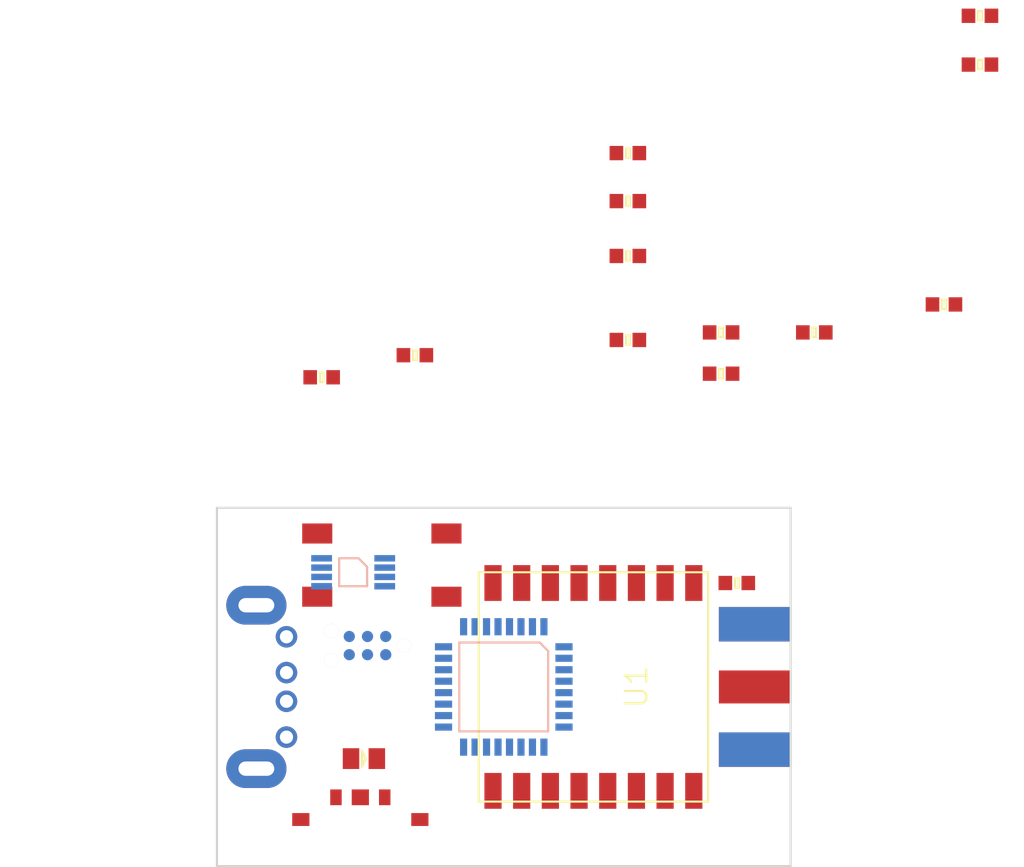
<source format=kicad_pcb>
(kicad_pcb (version 4) (host pcbnew 4.0.4-stable)

  (general
    (links 57)
    (no_connects 57)
    (area 99.924999 99.924999 140.075001 125.075001)
    (thickness 1.6)
    (drawings 4)
    (tracks 0)
    (zones 0)
    (modules 22)
    (nets 49)
  )

  (page A4)
  (layers
    (0 F.Cu signal)
    (31 B.Cu signal)
    (32 B.Adhes user)
    (33 F.Adhes user)
    (34 B.Paste user)
    (35 F.Paste user)
    (36 B.SilkS user)
    (37 F.SilkS user)
    (38 B.Mask user)
    (39 F.Mask user)
    (40 Dwgs.User user)
    (41 Cmts.User user)
    (42 Eco1.User user)
    (43 Eco2.User user)
    (44 Edge.Cuts user)
    (45 Margin user)
    (46 B.CrtYd user)
    (47 F.CrtYd user)
    (48 B.Fab user)
    (49 F.Fab user)
  )

  (setup
    (last_trace_width 0.25)
    (trace_clearance 0.2)
    (zone_clearance 0.508)
    (zone_45_only no)
    (trace_min 0.2)
    (segment_width 0.2)
    (edge_width 0.15)
    (via_size 0.8)
    (via_drill 0.4)
    (via_min_size 0.4)
    (via_min_drill 0.3)
    (uvia_size 0.3)
    (uvia_drill 0.1)
    (uvias_allowed no)
    (uvia_min_size 0.2)
    (uvia_min_drill 0.1)
    (pcb_text_width 0.3)
    (pcb_text_size 1.5 1.5)
    (mod_edge_width 0.15)
    (mod_text_size 1 1)
    (mod_text_width 0.15)
    (pad_size 1.524 1.524)
    (pad_drill 0.762)
    (pad_to_mask_clearance 0.2)
    (aux_axis_origin 0 0)
    (visible_elements FFFFFF7F)
    (pcbplotparams
      (layerselection 0x00030_ffffffff)
      (usegerberextensions false)
      (excludeedgelayer true)
      (linewidth 0.100000)
      (plotframeref false)
      (viasonmask false)
      (mode 1)
      (useauxorigin false)
      (hpglpennumber 1)
      (hpglpenspeed 20)
      (hpglpendiameter 15)
      (hpglpenoverlay 2)
      (psnegative false)
      (psa4output false)
      (plotreference true)
      (plotvalue true)
      (plotinvisibletext false)
      (padsonsilk false)
      (subtractmaskfromsilk false)
      (outputformat 1)
      (mirror false)
      (drillshape 1)
      (scaleselection 1)
      (outputdirectory ""))
  )

  (net 0 "")
  (net 1 "Net-(C5-Pad1)")
  (net 2 /USB_D-)
  (net 3 /USB_D+)
  (net 4 GND)
  (net 5 "Net-(P1-PadS)")
  (net 6 /RFM_MISO)
  (net 7 /RFM_MOSI)
  (net 8 /RFM_SCK)
  (net 9 /RFM_NSS)
  (net 10 /RFM_RESET)
  (net 11 "Net-(U1-Pad7)")
  (net 12 "Net-(D2-Pad1)")
  (net 13 "Net-(U1-Pad11)")
  (net 14 "Net-(U1-Pad12)")
  (net 15 +3V3)
  (net 16 "Net-(U1-Pad14)")
  (net 17 "Net-(U1-Pad15)")
  (net 18 "Net-(U1-Pad16)")
  (net 19 /SW_ARM)
  (net 20 /BOOT)
  (net 21 /SWDIO)
  (net 22 /nRST)
  (net 23 /SWDCLK)
  (net 24 "Net-(P2-Pad6)")
  (net 25 "Net-(IC1-Pad5)")
  (net 26 "Net-(IC2-Pad2)")
  (net 27 "Net-(IC2-Pad3)")
  (net 28 "Net-(IC2-Pad6)")
  (net 29 "Net-(IC2-Pad7)")
  (net 30 "Net-(IC2-Pad8)")
  (net 31 "Net-(IC2-Pad9)")
  (net 32 "Net-(IC2-Pad10)")
  (net 33 "Net-(IC2-Pad11)")
  (net 34 "Net-(IC2-Pad12)")
  (net 35 "Net-(IC2-Pad13)")
  (net 36 "Net-(IC2-Pad14)")
  (net 37 "Net-(IC2-Pad15)")
  (net 38 "Net-(IC2-Pad18)")
  (net 39 "Net-(IC2-Pad19)")
  (net 40 "Net-(IC2-Pad20)")
  (net 41 "Net-(IC2-Pad25)")
  (net 42 "Net-(IC2-Pad26)")
  (net 43 "Net-(IC2-Pad27)")
  (net 44 "Net-(IC2-Pad28)")
  (net 45 "Net-(IC2-Pad29)")
  (net 46 /LED_ARM)
  (net 47 "Net-(D1-Pad2)")
  (net 48 /LED_DISARM)

  (net_class Default "This is the default net class."
    (clearance 0.2)
    (trace_width 0.25)
    (via_dia 0.8)
    (via_drill 0.4)
    (uvia_dia 0.3)
    (uvia_drill 0.1)
    (add_net +3V3)
    (add_net /BOOT)
    (add_net /LED_ARM)
    (add_net /LED_DISARM)
    (add_net /RFM_MISO)
    (add_net /RFM_MOSI)
    (add_net /RFM_NSS)
    (add_net /RFM_RESET)
    (add_net /RFM_SCK)
    (add_net /SWDCLK)
    (add_net /SWDIO)
    (add_net /SW_ARM)
    (add_net /USB_D+)
    (add_net /USB_D-)
    (add_net /nRST)
    (add_net GND)
    (add_net "Net-(C5-Pad1)")
    (add_net "Net-(D1-Pad2)")
    (add_net "Net-(D2-Pad1)")
    (add_net "Net-(IC1-Pad5)")
    (add_net "Net-(IC2-Pad10)")
    (add_net "Net-(IC2-Pad11)")
    (add_net "Net-(IC2-Pad12)")
    (add_net "Net-(IC2-Pad13)")
    (add_net "Net-(IC2-Pad14)")
    (add_net "Net-(IC2-Pad15)")
    (add_net "Net-(IC2-Pad18)")
    (add_net "Net-(IC2-Pad19)")
    (add_net "Net-(IC2-Pad2)")
    (add_net "Net-(IC2-Pad20)")
    (add_net "Net-(IC2-Pad25)")
    (add_net "Net-(IC2-Pad26)")
    (add_net "Net-(IC2-Pad27)")
    (add_net "Net-(IC2-Pad28)")
    (add_net "Net-(IC2-Pad29)")
    (add_net "Net-(IC2-Pad3)")
    (add_net "Net-(IC2-Pad6)")
    (add_net "Net-(IC2-Pad7)")
    (add_net "Net-(IC2-Pad8)")
    (add_net "Net-(IC2-Pad9)")
    (add_net "Net-(P1-PadS)")
    (add_net "Net-(P2-Pad6)")
    (add_net "Net-(U1-Pad11)")
    (add_net "Net-(U1-Pad12)")
    (add_net "Net-(U1-Pad14)")
    (add_net "Net-(U1-Pad15)")
    (add_net "Net-(U1-Pad16)")
    (add_net "Net-(U1-Pad7)")
  )

  (module agg:0603 (layer F.Cu) (tedit 57654490) (tstamp 5998FB44)
    (at 135.153848 90.646081)
    (path /599772FC)
    (fp_text reference R3 (at -2.225 0 90) (layer F.Fab)
      (effects (font (size 1 1) (thickness 0.15)))
    )
    (fp_text value R (at 2.225 0 90) (layer F.Fab)
      (effects (font (size 1 1) (thickness 0.15)))
    )
    (fp_line (start -0.8 -0.4) (end 0.8 -0.4) (layer F.Fab) (width 0.01))
    (fp_line (start 0.8 -0.4) (end 0.8 0.4) (layer F.Fab) (width 0.01))
    (fp_line (start 0.8 0.4) (end -0.8 0.4) (layer F.Fab) (width 0.01))
    (fp_line (start -0.8 0.4) (end -0.8 -0.4) (layer F.Fab) (width 0.01))
    (fp_line (start -0.45 -0.4) (end -0.45 0.4) (layer F.Fab) (width 0.01))
    (fp_line (start 0.45 -0.4) (end 0.45 0.4) (layer F.Fab) (width 0.01))
    (fp_line (start -0.125 -0.325) (end 0.125 -0.325) (layer F.SilkS) (width 0.15))
    (fp_line (start 0.125 -0.325) (end 0.125 0.325) (layer F.SilkS) (width 0.15))
    (fp_line (start 0.125 0.325) (end -0.125 0.325) (layer F.SilkS) (width 0.15))
    (fp_line (start -0.125 0.325) (end -0.125 -0.325) (layer F.SilkS) (width 0.15))
    (fp_line (start -1.55 -0.75) (end 1.55 -0.75) (layer F.CrtYd) (width 0.01))
    (fp_line (start 1.55 -0.75) (end 1.55 0.75) (layer F.CrtYd) (width 0.01))
    (fp_line (start 1.55 0.75) (end -1.55 0.75) (layer F.CrtYd) (width 0.01))
    (fp_line (start -1.55 0.75) (end -1.55 -0.75) (layer F.CrtYd) (width 0.01))
    (pad 1 smd rect (at -0.8 0) (size 0.95 1) (layers F.Cu F.Paste F.Mask)
      (net 48 /LED_DISARM))
    (pad 2 smd rect (at 0.8 0) (size 0.95 1) (layers F.Cu F.Paste F.Mask)
      (net 47 "Net-(D1-Pad2)"))
    (model ${KISYS3DMOD}/Resistors_SMD.3dshapes/R_0603.wrl
      (at (xyz 0 0 0))
      (scale (xyz 1 1 1))
      (rotate (xyz 0 0 0))
    )
  )

  (module agg:0603 (layer F.Cu) (tedit 57654490) (tstamp 5998FB0A)
    (at 141.653848 87.767033)
    (path /5997671C)
    (fp_text reference R2 (at -2.225 0 90) (layer F.Fab)
      (effects (font (size 1 1) (thickness 0.15)))
    )
    (fp_text value 10k (at 2.225 0 90) (layer F.Fab)
      (effects (font (size 1 1) (thickness 0.15)))
    )
    (fp_line (start -1.55 0.75) (end -1.55 -0.75) (layer F.CrtYd) (width 0.01))
    (fp_line (start 1.55 0.75) (end -1.55 0.75) (layer F.CrtYd) (width 0.01))
    (fp_line (start 1.55 -0.75) (end 1.55 0.75) (layer F.CrtYd) (width 0.01))
    (fp_line (start -1.55 -0.75) (end 1.55 -0.75) (layer F.CrtYd) (width 0.01))
    (fp_line (start -0.125 0.325) (end -0.125 -0.325) (layer F.SilkS) (width 0.15))
    (fp_line (start 0.125 0.325) (end -0.125 0.325) (layer F.SilkS) (width 0.15))
    (fp_line (start 0.125 -0.325) (end 0.125 0.325) (layer F.SilkS) (width 0.15))
    (fp_line (start -0.125 -0.325) (end 0.125 -0.325) (layer F.SilkS) (width 0.15))
    (fp_line (start 0.45 -0.4) (end 0.45 0.4) (layer F.Fab) (width 0.01))
    (fp_line (start -0.45 -0.4) (end -0.45 0.4) (layer F.Fab) (width 0.01))
    (fp_line (start -0.8 0.4) (end -0.8 -0.4) (layer F.Fab) (width 0.01))
    (fp_line (start 0.8 0.4) (end -0.8 0.4) (layer F.Fab) (width 0.01))
    (fp_line (start 0.8 -0.4) (end 0.8 0.4) (layer F.Fab) (width 0.01))
    (fp_line (start -0.8 -0.4) (end 0.8 -0.4) (layer F.Fab) (width 0.01))
    (pad 2 smd rect (at 0.8 0) (size 0.95 1) (layers F.Cu F.Paste F.Mask)
      (net 19 /SW_ARM))
    (pad 1 smd rect (at -0.8 0) (size 0.95 1) (layers F.Cu F.Paste F.Mask)
      (net 15 +3V3))
    (model ${KISYS3DMOD}/Resistors_SMD.3dshapes/R_0603.wrl
      (at (xyz 0 0 0))
      (scale (xyz 1 1 1))
      (rotate (xyz 0 0 0))
    )
  )

  (module agg:0603 (layer F.Cu) (tedit 57654490) (tstamp 5998FAD0)
    (at 135.153848 87.767033)
    (path /59971E13)
    (fp_text reference R1 (at -2.225 0 90) (layer F.Fab)
      (effects (font (size 1 1) (thickness 0.15)))
    )
    (fp_text value 10k (at 2.225 0 90) (layer F.Fab)
      (effects (font (size 1 1) (thickness 0.15)))
    )
    (fp_line (start -0.8 -0.4) (end 0.8 -0.4) (layer F.Fab) (width 0.01))
    (fp_line (start 0.8 -0.4) (end 0.8 0.4) (layer F.Fab) (width 0.01))
    (fp_line (start 0.8 0.4) (end -0.8 0.4) (layer F.Fab) (width 0.01))
    (fp_line (start -0.8 0.4) (end -0.8 -0.4) (layer F.Fab) (width 0.01))
    (fp_line (start -0.45 -0.4) (end -0.45 0.4) (layer F.Fab) (width 0.01))
    (fp_line (start 0.45 -0.4) (end 0.45 0.4) (layer F.Fab) (width 0.01))
    (fp_line (start -0.125 -0.325) (end 0.125 -0.325) (layer F.SilkS) (width 0.15))
    (fp_line (start 0.125 -0.325) (end 0.125 0.325) (layer F.SilkS) (width 0.15))
    (fp_line (start 0.125 0.325) (end -0.125 0.325) (layer F.SilkS) (width 0.15))
    (fp_line (start -0.125 0.325) (end -0.125 -0.325) (layer F.SilkS) (width 0.15))
    (fp_line (start -1.55 -0.75) (end 1.55 -0.75) (layer F.CrtYd) (width 0.01))
    (fp_line (start 1.55 -0.75) (end 1.55 0.75) (layer F.CrtYd) (width 0.01))
    (fp_line (start 1.55 0.75) (end -1.55 0.75) (layer F.CrtYd) (width 0.01))
    (fp_line (start -1.55 0.75) (end -1.55 -0.75) (layer F.CrtYd) (width 0.01))
    (pad 1 smd rect (at -0.8 0) (size 0.95 1) (layers F.Cu F.Paste F.Mask)
      (net 20 /BOOT))
    (pad 2 smd rect (at 0.8 0) (size 0.95 1) (layers F.Cu F.Paste F.Mask)
      (net 4 GND))
    (model ${KISYS3DMOD}/Resistors_SMD.3dshapes/R_0603.wrl
      (at (xyz 0 0 0))
      (scale (xyz 1 1 1))
      (rotate (xyz 0 0 0))
    )
  )

  (module agg:0603 (layer F.Cu) (tedit 57654490) (tstamp 5998FA96)
    (at 136.25 105.25)
    (path /5997044A)
    (fp_text reference D2 (at -2.225 0 90) (layer F.Fab)
      (effects (font (size 1 1) (thickness 0.15)))
    )
    (fp_text value ESD_DIODE (at 2.225 0 90) (layer F.Fab)
      (effects (font (size 1 1) (thickness 0.15)))
    )
    (fp_line (start -1.55 0.75) (end -1.55 -0.75) (layer F.CrtYd) (width 0.01))
    (fp_line (start 1.55 0.75) (end -1.55 0.75) (layer F.CrtYd) (width 0.01))
    (fp_line (start 1.55 -0.75) (end 1.55 0.75) (layer F.CrtYd) (width 0.01))
    (fp_line (start -1.55 -0.75) (end 1.55 -0.75) (layer F.CrtYd) (width 0.01))
    (fp_line (start -0.125 0.325) (end -0.125 -0.325) (layer F.SilkS) (width 0.15))
    (fp_line (start 0.125 0.325) (end -0.125 0.325) (layer F.SilkS) (width 0.15))
    (fp_line (start 0.125 -0.325) (end 0.125 0.325) (layer F.SilkS) (width 0.15))
    (fp_line (start -0.125 -0.325) (end 0.125 -0.325) (layer F.SilkS) (width 0.15))
    (fp_line (start 0.45 -0.4) (end 0.45 0.4) (layer F.Fab) (width 0.01))
    (fp_line (start -0.45 -0.4) (end -0.45 0.4) (layer F.Fab) (width 0.01))
    (fp_line (start -0.8 0.4) (end -0.8 -0.4) (layer F.Fab) (width 0.01))
    (fp_line (start 0.8 0.4) (end -0.8 0.4) (layer F.Fab) (width 0.01))
    (fp_line (start 0.8 -0.4) (end 0.8 0.4) (layer F.Fab) (width 0.01))
    (fp_line (start -0.8 -0.4) (end 0.8 -0.4) (layer F.Fab) (width 0.01))
    (pad 2 smd rect (at 0.8 0) (size 0.95 1) (layers F.Cu F.Paste F.Mask)
      (net 4 GND))
    (pad 1 smd rect (at -0.8 0) (size 0.95 1) (layers F.Cu F.Paste F.Mask)
      (net 12 "Net-(D2-Pad1)"))
    (model ${KISYS3DMOD}/Resistors_SMD.3dshapes/R_0603.wrl
      (at (xyz 0 0 0))
      (scale (xyz 1 1 1))
      (rotate (xyz 0 0 0))
    )
  )

  (module agg:0603 (layer F.Cu) (tedit 57654490) (tstamp 5998FA5C)
    (at 153.203848 69.080843)
    (path /59975B52)
    (fp_text reference C9 (at -2.225 0 90) (layer F.Fab)
      (effects (font (size 1 1) (thickness 0.15)))
    )
    (fp_text value 100n (at 2.225 0 90) (layer F.Fab)
      (effects (font (size 1 1) (thickness 0.15)))
    )
    (fp_line (start -0.8 -0.4) (end 0.8 -0.4) (layer F.Fab) (width 0.01))
    (fp_line (start 0.8 -0.4) (end 0.8 0.4) (layer F.Fab) (width 0.01))
    (fp_line (start 0.8 0.4) (end -0.8 0.4) (layer F.Fab) (width 0.01))
    (fp_line (start -0.8 0.4) (end -0.8 -0.4) (layer F.Fab) (width 0.01))
    (fp_line (start -0.45 -0.4) (end -0.45 0.4) (layer F.Fab) (width 0.01))
    (fp_line (start 0.45 -0.4) (end 0.45 0.4) (layer F.Fab) (width 0.01))
    (fp_line (start -0.125 -0.325) (end 0.125 -0.325) (layer F.SilkS) (width 0.15))
    (fp_line (start 0.125 -0.325) (end 0.125 0.325) (layer F.SilkS) (width 0.15))
    (fp_line (start 0.125 0.325) (end -0.125 0.325) (layer F.SilkS) (width 0.15))
    (fp_line (start -0.125 0.325) (end -0.125 -0.325) (layer F.SilkS) (width 0.15))
    (fp_line (start -1.55 -0.75) (end 1.55 -0.75) (layer F.CrtYd) (width 0.01))
    (fp_line (start 1.55 -0.75) (end 1.55 0.75) (layer F.CrtYd) (width 0.01))
    (fp_line (start 1.55 0.75) (end -1.55 0.75) (layer F.CrtYd) (width 0.01))
    (fp_line (start -1.55 0.75) (end -1.55 -0.75) (layer F.CrtYd) (width 0.01))
    (pad 1 smd rect (at -0.8 0) (size 0.95 1) (layers F.Cu F.Paste F.Mask)
      (net 15 +3V3))
    (pad 2 smd rect (at 0.8 0) (size 0.95 1) (layers F.Cu F.Paste F.Mask)
      (net 4 GND))
    (model ${KISYS3DMOD}/Resistors_SMD.3dshapes/R_0603.wrl
      (at (xyz 0 0 0))
      (scale (xyz 1 1 1))
      (rotate (xyz 0 0 0))
    )
  )

  (module agg:0603 (layer F.Cu) (tedit 57654490) (tstamp 5998FA22)
    (at 150.693848 85.814652)
    (path /59975CD6)
    (fp_text reference C8 (at -2.225 0 90) (layer F.Fab)
      (effects (font (size 1 1) (thickness 0.15)))
    )
    (fp_text value 10u (at 2.225 0 90) (layer F.Fab)
      (effects (font (size 1 1) (thickness 0.15)))
    )
    (fp_line (start -1.55 0.75) (end -1.55 -0.75) (layer F.CrtYd) (width 0.01))
    (fp_line (start 1.55 0.75) (end -1.55 0.75) (layer F.CrtYd) (width 0.01))
    (fp_line (start 1.55 -0.75) (end 1.55 0.75) (layer F.CrtYd) (width 0.01))
    (fp_line (start -1.55 -0.75) (end 1.55 -0.75) (layer F.CrtYd) (width 0.01))
    (fp_line (start -0.125 0.325) (end -0.125 -0.325) (layer F.SilkS) (width 0.15))
    (fp_line (start 0.125 0.325) (end -0.125 0.325) (layer F.SilkS) (width 0.15))
    (fp_line (start 0.125 -0.325) (end 0.125 0.325) (layer F.SilkS) (width 0.15))
    (fp_line (start -0.125 -0.325) (end 0.125 -0.325) (layer F.SilkS) (width 0.15))
    (fp_line (start 0.45 -0.4) (end 0.45 0.4) (layer F.Fab) (width 0.01))
    (fp_line (start -0.45 -0.4) (end -0.45 0.4) (layer F.Fab) (width 0.01))
    (fp_line (start -0.8 0.4) (end -0.8 -0.4) (layer F.Fab) (width 0.01))
    (fp_line (start 0.8 0.4) (end -0.8 0.4) (layer F.Fab) (width 0.01))
    (fp_line (start 0.8 -0.4) (end 0.8 0.4) (layer F.Fab) (width 0.01))
    (fp_line (start -0.8 -0.4) (end 0.8 -0.4) (layer F.Fab) (width 0.01))
    (pad 2 smd rect (at 0.8 0) (size 0.95 1) (layers F.Cu F.Paste F.Mask)
      (net 4 GND))
    (pad 1 smd rect (at -0.8 0) (size 0.95 1) (layers F.Cu F.Paste F.Mask)
      (net 15 +3V3))
    (model ${KISYS3DMOD}/Resistors_SMD.3dshapes/R_0603.wrl
      (at (xyz 0 0 0))
      (scale (xyz 1 1 1))
      (rotate (xyz 0 0 0))
    )
  )

  (module agg:0603 (layer F.Cu) (tedit 57654490) (tstamp 5998F9E8)
    (at 153.203848 65.676081)
    (path /59973016)
    (fp_text reference C7 (at -2.225 0 90) (layer F.Fab)
      (effects (font (size 1 1) (thickness 0.15)))
    )
    (fp_text value 1u (at 2.225 0 90) (layer F.Fab)
      (effects (font (size 1 1) (thickness 0.15)))
    )
    (fp_line (start -0.8 -0.4) (end 0.8 -0.4) (layer F.Fab) (width 0.01))
    (fp_line (start 0.8 -0.4) (end 0.8 0.4) (layer F.Fab) (width 0.01))
    (fp_line (start 0.8 0.4) (end -0.8 0.4) (layer F.Fab) (width 0.01))
    (fp_line (start -0.8 0.4) (end -0.8 -0.4) (layer F.Fab) (width 0.01))
    (fp_line (start -0.45 -0.4) (end -0.45 0.4) (layer F.Fab) (width 0.01))
    (fp_line (start 0.45 -0.4) (end 0.45 0.4) (layer F.Fab) (width 0.01))
    (fp_line (start -0.125 -0.325) (end 0.125 -0.325) (layer F.SilkS) (width 0.15))
    (fp_line (start 0.125 -0.325) (end 0.125 0.325) (layer F.SilkS) (width 0.15))
    (fp_line (start 0.125 0.325) (end -0.125 0.325) (layer F.SilkS) (width 0.15))
    (fp_line (start -0.125 0.325) (end -0.125 -0.325) (layer F.SilkS) (width 0.15))
    (fp_line (start -1.55 -0.75) (end 1.55 -0.75) (layer F.CrtYd) (width 0.01))
    (fp_line (start 1.55 -0.75) (end 1.55 0.75) (layer F.CrtYd) (width 0.01))
    (fp_line (start 1.55 0.75) (end -1.55 0.75) (layer F.CrtYd) (width 0.01))
    (fp_line (start -1.55 0.75) (end -1.55 -0.75) (layer F.CrtYd) (width 0.01))
    (pad 1 smd rect (at -0.8 0) (size 0.95 1) (layers F.Cu F.Paste F.Mask)
      (net 15 +3V3))
    (pad 2 smd rect (at 0.8 0) (size 0.95 1) (layers F.Cu F.Paste F.Mask)
      (net 4 GND))
    (model ${KISYS3DMOD}/Resistors_SMD.3dshapes/R_0603.wrl
      (at (xyz 0 0 0))
      (scale (xyz 1 1 1))
      (rotate (xyz 0 0 0))
    )
  )

  (module agg:0603 (layer F.Cu) (tedit 57654490) (tstamp 5998F9AE)
    (at 128.653848 88.290843)
    (path /59978EFF)
    (fp_text reference C6 (at -2.225 0 90) (layer F.Fab)
      (effects (font (size 1 1) (thickness 0.15)))
    )
    (fp_text value 100n (at 2.225 0 90) (layer F.Fab)
      (effects (font (size 1 1) (thickness 0.15)))
    )
    (fp_line (start -1.55 0.75) (end -1.55 -0.75) (layer F.CrtYd) (width 0.01))
    (fp_line (start 1.55 0.75) (end -1.55 0.75) (layer F.CrtYd) (width 0.01))
    (fp_line (start 1.55 -0.75) (end 1.55 0.75) (layer F.CrtYd) (width 0.01))
    (fp_line (start -1.55 -0.75) (end 1.55 -0.75) (layer F.CrtYd) (width 0.01))
    (fp_line (start -0.125 0.325) (end -0.125 -0.325) (layer F.SilkS) (width 0.15))
    (fp_line (start 0.125 0.325) (end -0.125 0.325) (layer F.SilkS) (width 0.15))
    (fp_line (start 0.125 -0.325) (end 0.125 0.325) (layer F.SilkS) (width 0.15))
    (fp_line (start -0.125 -0.325) (end 0.125 -0.325) (layer F.SilkS) (width 0.15))
    (fp_line (start 0.45 -0.4) (end 0.45 0.4) (layer F.Fab) (width 0.01))
    (fp_line (start -0.45 -0.4) (end -0.45 0.4) (layer F.Fab) (width 0.01))
    (fp_line (start -0.8 0.4) (end -0.8 -0.4) (layer F.Fab) (width 0.01))
    (fp_line (start 0.8 0.4) (end -0.8 0.4) (layer F.Fab) (width 0.01))
    (fp_line (start 0.8 -0.4) (end 0.8 0.4) (layer F.Fab) (width 0.01))
    (fp_line (start -0.8 -0.4) (end 0.8 -0.4) (layer F.Fab) (width 0.01))
    (pad 2 smd rect (at 0.8 0) (size 0.95 1) (layers F.Cu F.Paste F.Mask)
      (net 4 GND))
    (pad 1 smd rect (at -0.8 0) (size 0.95 1) (layers F.Cu F.Paste F.Mask)
      (net 15 +3V3))
    (model ${KISYS3DMOD}/Resistors_SMD.3dshapes/R_0603.wrl
      (at (xyz 0 0 0))
      (scale (xyz 1 1 1))
      (rotate (xyz 0 0 0))
    )
  )

  (module agg:0603 (layer F.Cu) (tedit 57654490) (tstamp 5998F974)
    (at 107.303848 90.896081)
    (path /59972E71)
    (fp_text reference C5 (at -2.225 0 90) (layer F.Fab)
      (effects (font (size 1 1) (thickness 0.15)))
    )
    (fp_text value 1u (at 2.225 0 90) (layer F.Fab)
      (effects (font (size 1 1) (thickness 0.15)))
    )
    (fp_line (start -0.8 -0.4) (end 0.8 -0.4) (layer F.Fab) (width 0.01))
    (fp_line (start 0.8 -0.4) (end 0.8 0.4) (layer F.Fab) (width 0.01))
    (fp_line (start 0.8 0.4) (end -0.8 0.4) (layer F.Fab) (width 0.01))
    (fp_line (start -0.8 0.4) (end -0.8 -0.4) (layer F.Fab) (width 0.01))
    (fp_line (start -0.45 -0.4) (end -0.45 0.4) (layer F.Fab) (width 0.01))
    (fp_line (start 0.45 -0.4) (end 0.45 0.4) (layer F.Fab) (width 0.01))
    (fp_line (start -0.125 -0.325) (end 0.125 -0.325) (layer F.SilkS) (width 0.15))
    (fp_line (start 0.125 -0.325) (end 0.125 0.325) (layer F.SilkS) (width 0.15))
    (fp_line (start 0.125 0.325) (end -0.125 0.325) (layer F.SilkS) (width 0.15))
    (fp_line (start -0.125 0.325) (end -0.125 -0.325) (layer F.SilkS) (width 0.15))
    (fp_line (start -1.55 -0.75) (end 1.55 -0.75) (layer F.CrtYd) (width 0.01))
    (fp_line (start 1.55 -0.75) (end 1.55 0.75) (layer F.CrtYd) (width 0.01))
    (fp_line (start 1.55 0.75) (end -1.55 0.75) (layer F.CrtYd) (width 0.01))
    (fp_line (start -1.55 0.75) (end -1.55 -0.75) (layer F.CrtYd) (width 0.01))
    (pad 1 smd rect (at -0.8 0) (size 0.95 1) (layers F.Cu F.Paste F.Mask)
      (net 1 "Net-(C5-Pad1)"))
    (pad 2 smd rect (at 0.8 0) (size 0.95 1) (layers F.Cu F.Paste F.Mask)
      (net 4 GND))
    (model ${KISYS3DMOD}/Resistors_SMD.3dshapes/R_0603.wrl
      (at (xyz 0 0 0))
      (scale (xyz 1 1 1))
      (rotate (xyz 0 0 0))
    )
  )

  (module agg:0603 (layer F.Cu) (tedit 57654490) (tstamp 5998F93A)
    (at 128.653848 82.430843)
    (path /59978E7B)
    (fp_text reference C4 (at -2.225 0 90) (layer F.Fab)
      (effects (font (size 1 1) (thickness 0.15)))
    )
    (fp_text value 100n (at 2.225 0 90) (layer F.Fab)
      (effects (font (size 1 1) (thickness 0.15)))
    )
    (fp_line (start -1.55 0.75) (end -1.55 -0.75) (layer F.CrtYd) (width 0.01))
    (fp_line (start 1.55 0.75) (end -1.55 0.75) (layer F.CrtYd) (width 0.01))
    (fp_line (start 1.55 -0.75) (end 1.55 0.75) (layer F.CrtYd) (width 0.01))
    (fp_line (start -1.55 -0.75) (end 1.55 -0.75) (layer F.CrtYd) (width 0.01))
    (fp_line (start -0.125 0.325) (end -0.125 -0.325) (layer F.SilkS) (width 0.15))
    (fp_line (start 0.125 0.325) (end -0.125 0.325) (layer F.SilkS) (width 0.15))
    (fp_line (start 0.125 -0.325) (end 0.125 0.325) (layer F.SilkS) (width 0.15))
    (fp_line (start -0.125 -0.325) (end 0.125 -0.325) (layer F.SilkS) (width 0.15))
    (fp_line (start 0.45 -0.4) (end 0.45 0.4) (layer F.Fab) (width 0.01))
    (fp_line (start -0.45 -0.4) (end -0.45 0.4) (layer F.Fab) (width 0.01))
    (fp_line (start -0.8 0.4) (end -0.8 -0.4) (layer F.Fab) (width 0.01))
    (fp_line (start 0.8 0.4) (end -0.8 0.4) (layer F.Fab) (width 0.01))
    (fp_line (start 0.8 -0.4) (end 0.8 0.4) (layer F.Fab) (width 0.01))
    (fp_line (start -0.8 -0.4) (end 0.8 -0.4) (layer F.Fab) (width 0.01))
    (pad 2 smd rect (at 0.8 0) (size 0.95 1) (layers F.Cu F.Paste F.Mask)
      (net 4 GND))
    (pad 1 smd rect (at -0.8 0) (size 0.95 1) (layers F.Cu F.Paste F.Mask)
      (net 15 +3V3))
    (model ${KISYS3DMOD}/Resistors_SMD.3dshapes/R_0603.wrl
      (at (xyz 0 0 0))
      (scale (xyz 1 1 1))
      (rotate (xyz 0 0 0))
    )
  )

  (module agg:0603 (layer F.Cu) (tedit 57654490) (tstamp 5998F900)
    (at 128.653848 78.604652)
    (path /59978DDA)
    (fp_text reference C3 (at -2.225 0 90) (layer F.Fab)
      (effects (font (size 1 1) (thickness 0.15)))
    )
    (fp_text value 4u7 (at 2.225 0 90) (layer F.Fab)
      (effects (font (size 1 1) (thickness 0.15)))
    )
    (fp_line (start -0.8 -0.4) (end 0.8 -0.4) (layer F.Fab) (width 0.01))
    (fp_line (start 0.8 -0.4) (end 0.8 0.4) (layer F.Fab) (width 0.01))
    (fp_line (start 0.8 0.4) (end -0.8 0.4) (layer F.Fab) (width 0.01))
    (fp_line (start -0.8 0.4) (end -0.8 -0.4) (layer F.Fab) (width 0.01))
    (fp_line (start -0.45 -0.4) (end -0.45 0.4) (layer F.Fab) (width 0.01))
    (fp_line (start 0.45 -0.4) (end 0.45 0.4) (layer F.Fab) (width 0.01))
    (fp_line (start -0.125 -0.325) (end 0.125 -0.325) (layer F.SilkS) (width 0.15))
    (fp_line (start 0.125 -0.325) (end 0.125 0.325) (layer F.SilkS) (width 0.15))
    (fp_line (start 0.125 0.325) (end -0.125 0.325) (layer F.SilkS) (width 0.15))
    (fp_line (start -0.125 0.325) (end -0.125 -0.325) (layer F.SilkS) (width 0.15))
    (fp_line (start -1.55 -0.75) (end 1.55 -0.75) (layer F.CrtYd) (width 0.01))
    (fp_line (start 1.55 -0.75) (end 1.55 0.75) (layer F.CrtYd) (width 0.01))
    (fp_line (start 1.55 0.75) (end -1.55 0.75) (layer F.CrtYd) (width 0.01))
    (fp_line (start -1.55 0.75) (end -1.55 -0.75) (layer F.CrtYd) (width 0.01))
    (pad 1 smd rect (at -0.8 0) (size 0.95 1) (layers F.Cu F.Paste F.Mask)
      (net 15 +3V3))
    (pad 2 smd rect (at 0.8 0) (size 0.95 1) (layers F.Cu F.Paste F.Mask)
      (net 4 GND))
    (model ${KISYS3DMOD}/Resistors_SMD.3dshapes/R_0603.wrl
      (at (xyz 0 0 0))
      (scale (xyz 1 1 1))
      (rotate (xyz 0 0 0))
    )
  )

  (module agg:0603 (layer F.Cu) (tedit 57654490) (tstamp 5998F8C6)
    (at 128.653848 75.254652)
    (path /599787ED)
    (fp_text reference C2 (at -2.225 0 90) (layer F.Fab)
      (effects (font (size 1 1) (thickness 0.15)))
    )
    (fp_text value 10n (at 2.225 0 90) (layer F.Fab)
      (effects (font (size 1 1) (thickness 0.15)))
    )
    (fp_line (start -1.55 0.75) (end -1.55 -0.75) (layer F.CrtYd) (width 0.01))
    (fp_line (start 1.55 0.75) (end -1.55 0.75) (layer F.CrtYd) (width 0.01))
    (fp_line (start 1.55 -0.75) (end 1.55 0.75) (layer F.CrtYd) (width 0.01))
    (fp_line (start -1.55 -0.75) (end 1.55 -0.75) (layer F.CrtYd) (width 0.01))
    (fp_line (start -0.125 0.325) (end -0.125 -0.325) (layer F.SilkS) (width 0.15))
    (fp_line (start 0.125 0.325) (end -0.125 0.325) (layer F.SilkS) (width 0.15))
    (fp_line (start 0.125 -0.325) (end 0.125 0.325) (layer F.SilkS) (width 0.15))
    (fp_line (start -0.125 -0.325) (end 0.125 -0.325) (layer F.SilkS) (width 0.15))
    (fp_line (start 0.45 -0.4) (end 0.45 0.4) (layer F.Fab) (width 0.01))
    (fp_line (start -0.45 -0.4) (end -0.45 0.4) (layer F.Fab) (width 0.01))
    (fp_line (start -0.8 0.4) (end -0.8 -0.4) (layer F.Fab) (width 0.01))
    (fp_line (start 0.8 0.4) (end -0.8 0.4) (layer F.Fab) (width 0.01))
    (fp_line (start 0.8 -0.4) (end 0.8 0.4) (layer F.Fab) (width 0.01))
    (fp_line (start -0.8 -0.4) (end 0.8 -0.4) (layer F.Fab) (width 0.01))
    (pad 2 smd rect (at 0.8 0) (size 0.95 1) (layers F.Cu F.Paste F.Mask)
      (net 4 GND))
    (pad 1 smd rect (at -0.8 0) (size 0.95 1) (layers F.Cu F.Paste F.Mask)
      (net 15 +3V3))
    (model ${KISYS3DMOD}/Resistors_SMD.3dshapes/R_0603.wrl
      (at (xyz 0 0 0))
      (scale (xyz 1 1 1))
      (rotate (xyz 0 0 0))
    )
  )

  (module agg:0603 (layer F.Cu) (tedit 57654490) (tstamp 5998F88C)
    (at 113.803848 89.356081)
    (path /59978759)
    (fp_text reference C1 (at -2.225 0 90) (layer F.Fab)
      (effects (font (size 1 1) (thickness 0.15)))
    )
    (fp_text value 1u (at 2.225 0 90) (layer F.Fab)
      (effects (font (size 1 1) (thickness 0.15)))
    )
    (fp_line (start -0.8 -0.4) (end 0.8 -0.4) (layer F.Fab) (width 0.01))
    (fp_line (start 0.8 -0.4) (end 0.8 0.4) (layer F.Fab) (width 0.01))
    (fp_line (start 0.8 0.4) (end -0.8 0.4) (layer F.Fab) (width 0.01))
    (fp_line (start -0.8 0.4) (end -0.8 -0.4) (layer F.Fab) (width 0.01))
    (fp_line (start -0.45 -0.4) (end -0.45 0.4) (layer F.Fab) (width 0.01))
    (fp_line (start 0.45 -0.4) (end 0.45 0.4) (layer F.Fab) (width 0.01))
    (fp_line (start -0.125 -0.325) (end 0.125 -0.325) (layer F.SilkS) (width 0.15))
    (fp_line (start 0.125 -0.325) (end 0.125 0.325) (layer F.SilkS) (width 0.15))
    (fp_line (start 0.125 0.325) (end -0.125 0.325) (layer F.SilkS) (width 0.15))
    (fp_line (start -0.125 0.325) (end -0.125 -0.325) (layer F.SilkS) (width 0.15))
    (fp_line (start -1.55 -0.75) (end 1.55 -0.75) (layer F.CrtYd) (width 0.01))
    (fp_line (start 1.55 -0.75) (end 1.55 0.75) (layer F.CrtYd) (width 0.01))
    (fp_line (start 1.55 0.75) (end -1.55 0.75) (layer F.CrtYd) (width 0.01))
    (fp_line (start -1.55 0.75) (end -1.55 -0.75) (layer F.CrtYd) (width 0.01))
    (pad 1 smd rect (at -0.8 0) (size 0.95 1) (layers F.Cu F.Paste F.Mask)
      (net 15 +3V3))
    (pad 2 smd rect (at 0.8 0) (size 0.95 1) (layers F.Cu F.Paste F.Mask)
      (net 4 GND))
    (model ${KISYS3DMOD}/Resistors_SMD.3dshapes/R_0603.wrl
      (at (xyz 0 0 0))
      (scale (xyz 1 1 1))
      (rotate (xyz 0 0 0))
    )
  )

  (module agg:0805-LED (layer F.Cu) (tedit 5998BC2E) (tstamp 5998F852)
    (at 110.25 117.5 180)
    (path /59970259)
    (fp_text reference D1 (at -2.425 0 450) (layer F.Fab) hide
      (effects (font (size 1 1) (thickness 0.15)))
    )
    (fp_text value LED_bicolour (at 2.425 0 450) (layer F.Fab) hide
      (effects (font (size 1 1) (thickness 0.15)))
    )
    (fp_line (start -1 -0.625) (end 1 -0.625) (layer F.Fab) (width 0.01))
    (fp_line (start 1 -0.625) (end 1 0.625) (layer F.Fab) (width 0.01))
    (fp_line (start 1 0.625) (end -1 0.625) (layer F.Fab) (width 0.01))
    (fp_line (start -1 0.625) (end -1 -0.625) (layer F.Fab) (width 0.01))
    (fp_line (start -0.5 -0.625) (end -0.5 0.625) (layer F.Fab) (width 0.01))
    (fp_line (start -0.5 -0.625) (end -0.5 0.625) (layer F.Fab) (width 0.01))
    (fp_line (start 0.5 -0.625) (end 0.5 0.625) (layer F.Fab) (width 0.01))
    (fp_line (start -0.125 0) (end 0.125 -0.55) (layer F.SilkS) (width 0.15))
    (fp_line (start -0.125 0) (end 0.125 0.55) (layer F.SilkS) (width 0.15))
    (fp_line (start 0.125 -0.55) (end 0.125 0.55) (layer F.SilkS) (width 0.15))
    (fp_line (start -1.75 -1) (end 1.75 -1) (layer F.CrtYd) (width 0.01))
    (fp_line (start 1.75 -1) (end 1.75 1) (layer F.CrtYd) (width 0.01))
    (fp_line (start 1.75 1) (end -1.75 1) (layer F.CrtYd) (width 0.01))
    (fp_line (start -1.75 1) (end -1.75 -1) (layer F.CrtYd) (width 0.01))
    (pad 1 smd rect (at -0.9 0 180) (size 1.15 1.45) (layers F.Cu F.Paste F.Mask)
      (net 46 /LED_ARM))
    (pad 2 smd rect (at 0.9 0 180) (size 1.15 1.45) (layers F.Cu F.Paste F.Mask)
      (net 47 "Net-(D1-Pad2)"))
    (model ${KISYS3DMOD}/LEDs.3dshapes/LED_0805.wrl
      (at (xyz -0.006 0 0))
      (scale (xyz 1 1 1))
      (rotate (xyz 0 0 0))
    )
  )

  (module agg:LQFP-32 (layer B.Cu) (tedit 5998BA3E) (tstamp 5998F71C)
    (at 120 112.5 180)
    (path /5996FE78)
    (fp_text reference IC2 (at 0 5.75 180) (layer B.Fab) hide
      (effects (font (size 1 1) (thickness 0.15)) (justify mirror))
    )
    (fp_text value STM32F042K6T6 (at 0 -5.75 180) (layer B.Fab) hide
      (effects (font (size 1 1) (thickness 0.15)) (justify mirror))
    )
    (fp_line (start -3.6 3.6) (end 3.6 3.6) (layer B.Fab) (width 0.01))
    (fp_line (start 3.6 3.6) (end 3.6 -3.6) (layer B.Fab) (width 0.01))
    (fp_line (start 3.6 -3.6) (end -3.6 -3.6) (layer B.Fab) (width 0.01))
    (fp_line (start -3.6 -3.6) (end -3.6 3.6) (layer B.Fab) (width 0.01))
    (fp_circle (center -2.8 2.8) (end -2.8 2.4) (layer B.Fab) (width 0.01))
    (fp_line (start -4.6 3) (end -3.6 3) (layer B.Fab) (width 0.01))
    (fp_line (start -3.6 2.6) (end -4.6 2.6) (layer B.Fab) (width 0.01))
    (fp_line (start -4.6 2.6) (end -4.6 3) (layer B.Fab) (width 0.01))
    (fp_line (start -4.6 2.2) (end -3.6 2.2) (layer B.Fab) (width 0.01))
    (fp_line (start -3.6 1.8) (end -4.6 1.8) (layer B.Fab) (width 0.01))
    (fp_line (start -4.6 1.8) (end -4.6 2.2) (layer B.Fab) (width 0.01))
    (fp_line (start -4.6 1.4) (end -3.6 1.4) (layer B.Fab) (width 0.01))
    (fp_line (start -3.6 1) (end -4.6 1) (layer B.Fab) (width 0.01))
    (fp_line (start -4.6 1) (end -4.6 1.4) (layer B.Fab) (width 0.01))
    (fp_line (start -4.6 0.6) (end -3.6 0.6) (layer B.Fab) (width 0.01))
    (fp_line (start -3.6 0.2) (end -4.6 0.2) (layer B.Fab) (width 0.01))
    (fp_line (start -4.6 0.2) (end -4.6 0.6) (layer B.Fab) (width 0.01))
    (fp_line (start -4.6 -0.2) (end -3.6 -0.2) (layer B.Fab) (width 0.01))
    (fp_line (start -3.6 -0.6) (end -4.6 -0.6) (layer B.Fab) (width 0.01))
    (fp_line (start -4.6 -0.6) (end -4.6 -0.2) (layer B.Fab) (width 0.01))
    (fp_line (start -4.6 -1) (end -3.6 -1) (layer B.Fab) (width 0.01))
    (fp_line (start -3.6 -1.4) (end -4.6 -1.4) (layer B.Fab) (width 0.01))
    (fp_line (start -4.6 -1.4) (end -4.6 -1) (layer B.Fab) (width 0.01))
    (fp_line (start -4.6 -1.8) (end -3.6 -1.8) (layer B.Fab) (width 0.01))
    (fp_line (start -3.6 -2.2) (end -4.6 -2.2) (layer B.Fab) (width 0.01))
    (fp_line (start -4.6 -2.2) (end -4.6 -1.8) (layer B.Fab) (width 0.01))
    (fp_line (start -4.6 -2.6) (end -3.6 -2.6) (layer B.Fab) (width 0.01))
    (fp_line (start -3.6 -3) (end -4.6 -3) (layer B.Fab) (width 0.01))
    (fp_line (start -4.6 -3) (end -4.6 -2.6) (layer B.Fab) (width 0.01))
    (fp_line (start 3.6 -2.6) (end 4.6 -2.6) (layer B.Fab) (width 0.01))
    (fp_line (start 4.6 -2.6) (end 4.6 -3) (layer B.Fab) (width 0.01))
    (fp_line (start 4.6 -3) (end 3.6 -3) (layer B.Fab) (width 0.01))
    (fp_line (start 3.6 -1.8) (end 4.6 -1.8) (layer B.Fab) (width 0.01))
    (fp_line (start 4.6 -1.8) (end 4.6 -2.2) (layer B.Fab) (width 0.01))
    (fp_line (start 4.6 -2.2) (end 3.6 -2.2) (layer B.Fab) (width 0.01))
    (fp_line (start 3.6 -1) (end 4.6 -1) (layer B.Fab) (width 0.01))
    (fp_line (start 4.6 -1) (end 4.6 -1.4) (layer B.Fab) (width 0.01))
    (fp_line (start 4.6 -1.4) (end 3.6 -1.4) (layer B.Fab) (width 0.01))
    (fp_line (start 3.6 -0.2) (end 4.6 -0.2) (layer B.Fab) (width 0.01))
    (fp_line (start 4.6 -0.2) (end 4.6 -0.6) (layer B.Fab) (width 0.01))
    (fp_line (start 4.6 -0.6) (end 3.6 -0.6) (layer B.Fab) (width 0.01))
    (fp_line (start 3.6 0.6) (end 4.6 0.6) (layer B.Fab) (width 0.01))
    (fp_line (start 4.6 0.6) (end 4.6 0.2) (layer B.Fab) (width 0.01))
    (fp_line (start 4.6 0.2) (end 3.6 0.2) (layer B.Fab) (width 0.01))
    (fp_line (start 3.6 1.4) (end 4.6 1.4) (layer B.Fab) (width 0.01))
    (fp_line (start 4.6 1.4) (end 4.6 1) (layer B.Fab) (width 0.01))
    (fp_line (start 4.6 1) (end 3.6 1) (layer B.Fab) (width 0.01))
    (fp_line (start 3.6 2.2) (end 4.6 2.2) (layer B.Fab) (width 0.01))
    (fp_line (start 4.6 2.2) (end 4.6 1.8) (layer B.Fab) (width 0.01))
    (fp_line (start 4.6 1.8) (end 3.6 1.8) (layer B.Fab) (width 0.01))
    (fp_line (start 3.6 3) (end 4.6 3) (layer B.Fab) (width 0.01))
    (fp_line (start 4.6 3) (end 4.6 2.6) (layer B.Fab) (width 0.01))
    (fp_line (start 4.6 2.6) (end 3.6 2.6) (layer B.Fab) (width 0.01))
    (fp_line (start 2.6 4.6) (end 3 4.6) (layer B.Fab) (width 0.01))
    (fp_line (start 3 4.6) (end 3 3.6) (layer B.Fab) (width 0.01))
    (fp_line (start 2.6 3.6) (end 2.6 4.6) (layer B.Fab) (width 0.01))
    (fp_line (start 1.8 4.6) (end 2.2 4.6) (layer B.Fab) (width 0.01))
    (fp_line (start 2.2 4.6) (end 2.2 3.6) (layer B.Fab) (width 0.01))
    (fp_line (start 1.8 3.6) (end 1.8 4.6) (layer B.Fab) (width 0.01))
    (fp_line (start 1 4.6) (end 1.4 4.6) (layer B.Fab) (width 0.01))
    (fp_line (start 1.4 4.6) (end 1.4 3.6) (layer B.Fab) (width 0.01))
    (fp_line (start 1 3.6) (end 1 4.6) (layer B.Fab) (width 0.01))
    (fp_line (start 0.2 4.6) (end 0.6 4.6) (layer B.Fab) (width 0.01))
    (fp_line (start 0.6 4.6) (end 0.6 3.6) (layer B.Fab) (width 0.01))
    (fp_line (start 0.2 3.6) (end 0.2 4.6) (layer B.Fab) (width 0.01))
    (fp_line (start -0.6 4.6) (end -0.2 4.6) (layer B.Fab) (width 0.01))
    (fp_line (start -0.2 4.6) (end -0.2 3.6) (layer B.Fab) (width 0.01))
    (fp_line (start -0.6 3.6) (end -0.6 4.6) (layer B.Fab) (width 0.01))
    (fp_line (start -1.4 4.6) (end -1 4.6) (layer B.Fab) (width 0.01))
    (fp_line (start -1 4.6) (end -1 3.6) (layer B.Fab) (width 0.01))
    (fp_line (start -1.4 3.6) (end -1.4 4.6) (layer B.Fab) (width 0.01))
    (fp_line (start -2.2 4.6) (end -1.8 4.6) (layer B.Fab) (width 0.01))
    (fp_line (start -1.8 4.6) (end -1.8 3.6) (layer B.Fab) (width 0.01))
    (fp_line (start -2.2 3.6) (end -2.2 4.6) (layer B.Fab) (width 0.01))
    (fp_line (start -3 4.6) (end -2.6 4.6) (layer B.Fab) (width 0.01))
    (fp_line (start -2.6 4.6) (end -2.6 3.6) (layer B.Fab) (width 0.01))
    (fp_line (start -3 3.6) (end -3 4.6) (layer B.Fab) (width 0.01))
    (fp_line (start -2.6 -3.6) (end -2.6 -4.6) (layer B.Fab) (width 0.01))
    (fp_line (start -2.6 -4.6) (end -3 -4.6) (layer B.Fab) (width 0.01))
    (fp_line (start -3 -4.6) (end -3 -3.6) (layer B.Fab) (width 0.01))
    (fp_line (start -1.8 -3.6) (end -1.8 -4.6) (layer B.Fab) (width 0.01))
    (fp_line (start -1.8 -4.6) (end -2.2 -4.6) (layer B.Fab) (width 0.01))
    (fp_line (start -2.2 -4.6) (end -2.2 -3.6) (layer B.Fab) (width 0.01))
    (fp_line (start -1 -3.6) (end -1 -4.6) (layer B.Fab) (width 0.01))
    (fp_line (start -1 -4.6) (end -1.4 -4.6) (layer B.Fab) (width 0.01))
    (fp_line (start -1.4 -4.6) (end -1.4 -3.6) (layer B.Fab) (width 0.01))
    (fp_line (start -0.2 -3.6) (end -0.2 -4.6) (layer B.Fab) (width 0.01))
    (fp_line (start -0.2 -4.6) (end -0.6 -4.6) (layer B.Fab) (width 0.01))
    (fp_line (start -0.6 -4.6) (end -0.6 -3.6) (layer B.Fab) (width 0.01))
    (fp_line (start 0.6 -3.6) (end 0.6 -4.6) (layer B.Fab) (width 0.01))
    (fp_line (start 0.6 -4.6) (end 0.2 -4.6) (layer B.Fab) (width 0.01))
    (fp_line (start 0.2 -4.6) (end 0.2 -3.6) (layer B.Fab) (width 0.01))
    (fp_line (start 1.4 -3.6) (end 1.4 -4.6) (layer B.Fab) (width 0.01))
    (fp_line (start 1.4 -4.6) (end 1 -4.6) (layer B.Fab) (width 0.01))
    (fp_line (start 1 -4.6) (end 1 -3.6) (layer B.Fab) (width 0.01))
    (fp_line (start 2.2 -3.6) (end 2.2 -4.6) (layer B.Fab) (width 0.01))
    (fp_line (start 2.2 -4.6) (end 1.8 -4.6) (layer B.Fab) (width 0.01))
    (fp_line (start 1.8 -4.6) (end 1.8 -3.6) (layer B.Fab) (width 0.01))
    (fp_line (start 3 -3.6) (end 3 -4.6) (layer B.Fab) (width 0.01))
    (fp_line (start 3 -4.6) (end 2.6 -4.6) (layer B.Fab) (width 0.01))
    (fp_line (start 2.6 -4.6) (end 2.6 -3.6) (layer B.Fab) (width 0.01))
    (fp_line (start -2.5 3.1) (end 3.1 3.1) (layer B.SilkS) (width 0.15))
    (fp_line (start 3.1 3.1) (end 3.1 -3.1) (layer B.SilkS) (width 0.15))
    (fp_line (start 3.1 -3.1) (end -3.1 -3.1) (layer B.SilkS) (width 0.15))
    (fp_line (start -3.1 -3.1) (end -3.1 2.5) (layer B.SilkS) (width 0.15))
    (fp_line (start -3.1 2.5) (end -2.5 3.1) (layer B.SilkS) (width 0.15))
    (fp_line (start -5.05 5.05) (end 5.05 5.05) (layer B.CrtYd) (width 0.01))
    (fp_line (start 5.05 5.05) (end 5.05 -5.05) (layer B.CrtYd) (width 0.01))
    (fp_line (start 5.05 -5.05) (end -5.05 -5.05) (layer B.CrtYd) (width 0.01))
    (fp_line (start -5.05 -5.05) (end -5.05 5.05) (layer B.CrtYd) (width 0.01))
    (pad 1 smd rect (at -4.2 2.8 180) (size 1.2 0.5) (layers B.Cu B.Paste B.Mask)
      (net 15 +3V3))
    (pad 2 smd rect (at -4.2 2 180) (size 1.2 0.5) (layers B.Cu B.Paste B.Mask)
      (net 26 "Net-(IC2-Pad2)"))
    (pad 3 smd rect (at -4.2 1.2 180) (size 1.2 0.5) (layers B.Cu B.Paste B.Mask)
      (net 27 "Net-(IC2-Pad3)"))
    (pad 4 smd rect (at -4.2 0.4 180) (size 1.2 0.5) (layers B.Cu B.Paste B.Mask)
      (net 22 /nRST))
    (pad 5 smd rect (at -4.2 -0.4 180) (size 1.2 0.5) (layers B.Cu B.Paste B.Mask)
      (net 15 +3V3))
    (pad 6 smd rect (at -4.2 -1.2 180) (size 1.2 0.5) (layers B.Cu B.Paste B.Mask)
      (net 28 "Net-(IC2-Pad6)"))
    (pad 7 smd rect (at -4.2 -2 180) (size 1.2 0.5) (layers B.Cu B.Paste B.Mask)
      (net 29 "Net-(IC2-Pad7)"))
    (pad 8 smd rect (at -4.2 -2.8 180) (size 1.2 0.5) (layers B.Cu B.Paste B.Mask)
      (net 30 "Net-(IC2-Pad8)"))
    (pad 9 smd rect (at -2.8 -4.2 180) (size 0.5 1.2) (layers B.Cu B.Paste B.Mask)
      (net 31 "Net-(IC2-Pad9)"))
    (pad 10 smd rect (at -2 -4.2 180) (size 0.5 1.2) (layers B.Cu B.Paste B.Mask)
      (net 32 "Net-(IC2-Pad10)"))
    (pad 11 smd rect (at -1.2 -4.2 180) (size 0.5 1.2) (layers B.Cu B.Paste B.Mask)
      (net 33 "Net-(IC2-Pad11)"))
    (pad 12 smd rect (at -0.4 -4.2 180) (size 0.5 1.2) (layers B.Cu B.Paste B.Mask)
      (net 34 "Net-(IC2-Pad12)"))
    (pad 13 smd rect (at 0.4 -4.2 180) (size 0.5 1.2) (layers B.Cu B.Paste B.Mask)
      (net 35 "Net-(IC2-Pad13)"))
    (pad 14 smd rect (at 1.2 -4.2 180) (size 0.5 1.2) (layers B.Cu B.Paste B.Mask)
      (net 36 "Net-(IC2-Pad14)"))
    (pad 15 smd rect (at 2 -4.2 180) (size 0.5 1.2) (layers B.Cu B.Paste B.Mask)
      (net 37 "Net-(IC2-Pad15)"))
    (pad 16 smd rect (at 2.8 -4.2 180) (size 0.5 1.2) (layers B.Cu B.Paste B.Mask)
      (net 4 GND))
    (pad 17 smd rect (at 4.2 -2.8 180) (size 1.2 0.5) (layers B.Cu B.Paste B.Mask)
      (net 15 +3V3))
    (pad 18 smd rect (at 4.2 -2 180) (size 1.2 0.5) (layers B.Cu B.Paste B.Mask)
      (net 38 "Net-(IC2-Pad18)"))
    (pad 19 smd rect (at 4.2 -1.2 180) (size 1.2 0.5) (layers B.Cu B.Paste B.Mask)
      (net 39 "Net-(IC2-Pad19)"))
    (pad 20 smd rect (at 4.2 -0.4 180) (size 1.2 0.5) (layers B.Cu B.Paste B.Mask)
      (net 40 "Net-(IC2-Pad20)"))
    (pad 21 smd rect (at 4.2 0.4 180) (size 1.2 0.5) (layers B.Cu B.Paste B.Mask)
      (net 2 /USB_D-))
    (pad 22 smd rect (at 4.2 1.2 180) (size 1.2 0.5) (layers B.Cu B.Paste B.Mask)
      (net 3 /USB_D+))
    (pad 23 smd rect (at 4.2 2 180) (size 1.2 0.5) (layers B.Cu B.Paste B.Mask)
      (net 21 /SWDIO))
    (pad 24 smd rect (at 4.2 2.8 180) (size 1.2 0.5) (layers B.Cu B.Paste B.Mask)
      (net 23 /SWDCLK))
    (pad 25 smd rect (at 2.8 4.2 180) (size 0.5 1.2) (layers B.Cu B.Paste B.Mask)
      (net 41 "Net-(IC2-Pad25)"))
    (pad 26 smd rect (at 2 4.2 180) (size 0.5 1.2) (layers B.Cu B.Paste B.Mask)
      (net 42 "Net-(IC2-Pad26)"))
    (pad 27 smd rect (at 1.2 4.2 180) (size 0.5 1.2) (layers B.Cu B.Paste B.Mask)
      (net 43 "Net-(IC2-Pad27)"))
    (pad 28 smd rect (at 0.4 4.2 180) (size 0.5 1.2) (layers B.Cu B.Paste B.Mask)
      (net 44 "Net-(IC2-Pad28)"))
    (pad 29 smd rect (at -0.4 4.2 180) (size 0.5 1.2) (layers B.Cu B.Paste B.Mask)
      (net 45 "Net-(IC2-Pad29)"))
    (pad 30 smd rect (at -1.2 4.2 180) (size 0.5 1.2) (layers B.Cu B.Paste B.Mask)
      (net 20 /BOOT))
    (pad 31 smd rect (at -2 4.2 180) (size 0.5 1.2) (layers B.Cu B.Paste B.Mask)
      (net 20 /BOOT))
    (pad 32 smd rect (at -2.8 4.2 180) (size 0.5 1.2) (layers B.Cu B.Paste B.Mask)
      (net 4 GND))
    (model Housings_QFP.3dshapes/LQFP-32_7x7mm_Pitch0.8mm.wrl
      (at (xyz 0 0 0))
      (scale (xyz 1 1 1))
      (rotate (xyz 0 0 0))
    )
  )

  (module agg:MSOP-8 (layer B.Cu) (tedit 5998BA46) (tstamp 5998F628)
    (at 109.5 104.5 180)
    (path /59970330)
    (fp_text reference IC1 (at 0 2.5 180) (layer B.Fab) hide
      (effects (font (size 1 1) (thickness 0.15)) (justify mirror))
    )
    (fp_text value ADP3335 (at 0 -2.5 180) (layer B.Fab) hide
      (effects (font (size 1 1) (thickness 0.15)) (justify mirror))
    )
    (fp_line (start -1.55 1.55) (end 1.55 1.55) (layer B.Fab) (width 0.01))
    (fp_line (start 1.55 1.55) (end 1.55 -1.55) (layer B.Fab) (width 0.01))
    (fp_line (start 1.55 -1.55) (end -1.55 -1.55) (layer B.Fab) (width 0.01))
    (fp_line (start -1.55 -1.55) (end -1.55 1.55) (layer B.Fab) (width 0.01))
    (fp_circle (center -0.75 0.75) (end -0.75 0.35) (layer B.Fab) (width 0.01))
    (fp_line (start -2.55 1.165) (end -1.55 1.165) (layer B.Fab) (width 0.01))
    (fp_line (start -1.55 0.785) (end -2.55 0.785) (layer B.Fab) (width 0.01))
    (fp_line (start -2.55 0.785) (end -2.55 1.165) (layer B.Fab) (width 0.01))
    (fp_line (start -2.55 0.515) (end -1.55 0.515) (layer B.Fab) (width 0.01))
    (fp_line (start -1.55 0.135) (end -2.55 0.135) (layer B.Fab) (width 0.01))
    (fp_line (start -2.55 0.135) (end -2.55 0.515) (layer B.Fab) (width 0.01))
    (fp_line (start -2.55 -0.135) (end -1.55 -0.135) (layer B.Fab) (width 0.01))
    (fp_line (start -1.55 -0.515) (end -2.55 -0.515) (layer B.Fab) (width 0.01))
    (fp_line (start -2.55 -0.515) (end -2.55 -0.135) (layer B.Fab) (width 0.01))
    (fp_line (start -2.55 -0.785) (end -1.55 -0.785) (layer B.Fab) (width 0.01))
    (fp_line (start -1.55 -1.165) (end -2.55 -1.165) (layer B.Fab) (width 0.01))
    (fp_line (start -2.55 -1.165) (end -2.55 -0.785) (layer B.Fab) (width 0.01))
    (fp_line (start 1.55 -0.785) (end 2.55 -0.785) (layer B.Fab) (width 0.01))
    (fp_line (start 2.55 -0.785) (end 2.55 -1.165) (layer B.Fab) (width 0.01))
    (fp_line (start 2.55 -1.165) (end 1.55 -1.165) (layer B.Fab) (width 0.01))
    (fp_line (start 1.55 -0.135) (end 2.55 -0.135) (layer B.Fab) (width 0.01))
    (fp_line (start 2.55 -0.135) (end 2.55 -0.515) (layer B.Fab) (width 0.01))
    (fp_line (start 2.55 -0.515) (end 1.55 -0.515) (layer B.Fab) (width 0.01))
    (fp_line (start 1.55 0.515) (end 2.55 0.515) (layer B.Fab) (width 0.01))
    (fp_line (start 2.55 0.515) (end 2.55 0.135) (layer B.Fab) (width 0.01))
    (fp_line (start 2.55 0.135) (end 1.55 0.135) (layer B.Fab) (width 0.01))
    (fp_line (start 1.55 1.165) (end 2.55 1.165) (layer B.Fab) (width 0.01))
    (fp_line (start 2.55 1.165) (end 2.55 0.785) (layer B.Fab) (width 0.01))
    (fp_line (start 2.55 0.785) (end 1.55 0.785) (layer B.Fab) (width 0.01))
    (fp_line (start -0.375 0.975) (end 0.975 0.975) (layer B.SilkS) (width 0.15))
    (fp_line (start 0.975 0.975) (end 0.975 -0.975) (layer B.SilkS) (width 0.15))
    (fp_line (start 0.975 -0.975) (end -0.975 -0.975) (layer B.SilkS) (width 0.15))
    (fp_line (start -0.975 -0.975) (end -0.975 0.375) (layer B.SilkS) (width 0.15))
    (fp_line (start -0.975 0.375) (end -0.375 0.975) (layer B.SilkS) (width 0.15))
    (fp_line (start -3.2 1.8) (end 3.2 1.8) (layer B.CrtYd) (width 0.01))
    (fp_line (start 3.2 1.8) (end 3.2 -1.8) (layer B.CrtYd) (width 0.01))
    (fp_line (start 3.2 -1.8) (end -3.2 -1.8) (layer B.CrtYd) (width 0.01))
    (fp_line (start -3.2 -1.8) (end -3.2 1.8) (layer B.CrtYd) (width 0.01))
    (pad 1 smd rect (at -2.2 0.975 180) (size 1.45 0.45) (layers B.Cu B.Paste B.Mask)
      (net 15 +3V3))
    (pad 2 smd rect (at -2.2 0.325 180) (size 1.45 0.45) (layers B.Cu B.Paste B.Mask)
      (net 15 +3V3))
    (pad 3 smd rect (at -2.2 -0.325 180) (size 1.45 0.45) (layers B.Cu B.Paste B.Mask)
      (net 15 +3V3))
    (pad 4 smd rect (at -2.2 -0.975 180) (size 1.45 0.45) (layers B.Cu B.Paste B.Mask)
      (net 4 GND))
    (pad 5 smd rect (at 2.2 -0.975 180) (size 1.45 0.45) (layers B.Cu B.Paste B.Mask)
      (net 25 "Net-(IC1-Pad5)"))
    (pad 6 smd rect (at 2.2 -0.325 180) (size 1.45 0.45) (layers B.Cu B.Paste B.Mask)
      (net 1 "Net-(C5-Pad1)"))
    (pad 7 smd rect (at 2.2 0.325 180) (size 1.45 0.45) (layers B.Cu B.Paste B.Mask)
      (net 1 "Net-(C5-Pad1)"))
    (pad 8 smd rect (at 2.2 0.975 180) (size 1.45 0.45) (layers B.Cu B.Paste B.Mask)
      (net 1 "Net-(C5-Pad1)"))
    (model ${KISYS3DMOD}/Housings_SSOP.3dshapes/MSOP-8_3x3mm_Pitch0.65mm.wrl
      (at (xyz 0 0 0))
      (scale (xyz 1 1 1))
      (rotate (xyz 0 0 0))
    )
  )

  (module agg:SMA-EDGE (layer F.Cu) (tedit 574B60F3) (tstamp 5998F5B0)
    (at 137.5 112.5 270)
    (path /59988ACD)
    (fp_text reference P3 (at -6.5 0 360) (layer F.Fab)
      (effects (font (size 1 1) (thickness 0.15)))
    )
    (fp_text value COAX (at 6.65 0 360) (layer F.Fab)
      (effects (font (size 1 1) (thickness 0.15)))
    )
    (fp_line (start -5.85 -12.4) (end -5.85 2.75) (layer F.CrtYd) (width 0.01))
    (fp_line (start 5.85 -12.4) (end -5.85 -12.4) (layer F.CrtYd) (width 0.01))
    (fp_line (start 5.85 2.75) (end 5.85 -12.4) (layer F.CrtYd) (width 0.01))
    (fp_line (start -5.85 2.75) (end 5.85 2.75) (layer F.CrtYd) (width 0.01))
    (fp_line (start 3.25 -7.5) (end -3.25 -7) (layer F.Fab) (width 0.01))
    (fp_line (start 3.25 -8.5) (end -3.25 -8) (layer F.Fab) (width 0.01))
    (fp_line (start 3.25 -9.5) (end -3.25 -9) (layer F.Fab) (width 0.01))
    (fp_line (start 3.25 -10.5) (end -3.25 -10) (layer F.Fab) (width 0.01))
    (fp_line (start 3.25 -6.15) (end -3.25 -6.15) (layer F.Fab) (width 0.01))
    (fp_line (start 3.25 -12.15) (end 3.25 -6.15) (layer F.Fab) (width 0.01))
    (fp_line (start -3.25 -12.15) (end 3.25 -12.15) (layer F.Fab) (width 0.01))
    (fp_line (start -3.25 -6.15) (end -3.25 -12.15) (layer F.Fab) (width 0.01))
    (fp_line (start 2.5 -6.15) (end 2.5 -4.15) (layer F.Fab) (width 0.01))
    (fp_line (start -2.5 -4.15) (end -2.5 -6.15) (layer F.Fab) (width 0.01))
    (fp_line (start 3.75 2.25) (end 3.75 -2.5) (layer F.Fab) (width 0.01))
    (fp_line (start 4.75 2.25) (end 3.75 2.25) (layer F.Fab) (width 0.01))
    (fp_line (start 4.75 -2.5) (end 4.75 2.25) (layer F.Fab) (width 0.01))
    (fp_line (start -3.75 2.25) (end -3.75 -2.5) (layer F.Fab) (width 0.01))
    (fp_line (start -4.75 2.25) (end -3.75 2.25) (layer F.Fab) (width 0.01))
    (fp_line (start -4.75 -2.5) (end -4.75 2.25) (layer F.Fab) (width 0.01))
    (fp_line (start 0.4 2.25) (end 0.4 -2.5) (layer F.Fab) (width 0.01))
    (fp_line (start -0.4 2.25) (end 0.4 2.25) (layer F.Fab) (width 0.01))
    (fp_line (start -0.4 -2.5) (end -0.4 2.25) (layer F.Fab) (width 0.01))
    (fp_line (start 4.75 -4.15) (end 4.75 -2.5) (layer F.Fab) (width 0.01))
    (fp_line (start -4.75 -4.15) (end 4.75 -4.15) (layer F.Fab) (width 0.01))
    (fp_line (start -4.75 -2.5) (end -4.75 -4.15) (layer F.Fab) (width 0.01))
    (fp_line (start -4.75 -2.5) (end 4.75 -2.5) (layer F.Fab) (width 0.01))
    (pad 1 smd rect (at 0 0 270) (size 2.3 5) (layers F.Cu F.Paste F.Mask)
      (net 12 "Net-(D2-Pad1)") (zone_connect 2))
    (pad 2 smd rect (at 4.375 0 270) (size 2.4 5) (layers B.Cu B.Paste B.Mask)
      (net 4 GND) (zone_connect 2))
    (pad 2 smd rect (at -4.375 0 270) (size 2.4 5) (layers B.Cu B.Paste B.Mask)
      (net 4 GND) (zone_connect 2))
    (pad 2 smd rect (at -4.375 0 270) (size 2.4 5) (layers F.Cu F.Paste F.Mask)
      (net 4 GND) (zone_connect 2))
    (pad 2 smd rect (at 4.375 0 270) (size 2.4 5) (layers F.Cu F.Paste F.Mask)
      (net 4 GND) (zone_connect 2))
  )

  (module agg:TC2030-NL (layer B.Cu) (tedit 5998BC27) (tstamp 5998F56C)
    (at 110.5 109.61 180)
    (path /59970189)
    (fp_text reference P2 (at 0 2.6 180) (layer B.Fab) hide
      (effects (font (size 1 1) (thickness 0.15)) (justify mirror))
    )
    (fp_text value SWD_TC (at 0 -2.75 180) (layer B.Fab) hide
      (effects (font (size 1 1) (thickness 0.15)) (justify mirror))
    )
    (fp_line (start -3.5 2) (end 3.5 2) (layer B.CrtYd) (width 0.01))
    (fp_line (start -3.5 -2) (end -3.5 2) (layer B.CrtYd) (width 0.01))
    (fp_line (start 3.5 -2) (end -3.5 -2) (layer B.CrtYd) (width 0.01))
    (fp_line (start 3.5 2) (end 3.5 -2) (layer B.CrtYd) (width 0.01))
    (pad 1 smd circle (at -1.27 -0.64 180) (size 0.787 0.787) (layers B.Cu B.Mask)
      (net 15 +3V3))
    (pad 2 smd circle (at -1.27 0.63 180) (size 0.787 0.787) (layers B.Cu B.Mask)
      (net 21 /SWDIO))
    (pad 3 smd circle (at 0 -0.64 180) (size 0.787 0.787) (layers B.Cu B.Mask)
      (net 22 /nRST))
    (pad 4 smd circle (at 0 0.63 180) (size 0.787 0.787) (layers B.Cu B.Mask)
      (net 23 /SWDCLK))
    (pad 5 smd circle (at 1.27 -0.64 180) (size 0.787 0.787) (layers B.Cu B.Mask)
      (net 4 GND))
    (pad 6 smd circle (at 1.27 0.63 180) (size 0.787 0.787) (layers B.Cu B.Mask)
      (net 24 "Net-(P2-Pad6)"))
    (pad "" np_thru_hole circle (at -2.54 -0.005 180) (size 1 1) (drill 1) (layers *.Cu *.Mask B.SilkS))
    (pad "" np_thru_hole circle (at 2.54 -1.021 180) (size 1 1) (drill 1) (layers *.Cu *.Mask B.SilkS))
    (pad "" np_thru_hole circle (at 2.54 1.011 180) (size 1 1) (drill 1) (layers *.Cu *.Mask B.SilkS))
  )

  (module footprints:FSM2JSMx (layer F.Cu) (tedit 5998BC24) (tstamp 5998F523)
    (at 111.5 104 270)
    (path /599705A2)
    (attr smd)
    (fp_text reference SW1 (at 0 7.5 270) (layer F.SilkS) hide
      (effects (font (size 1 1) (thickness 0.15)))
    )
    (fp_text value FIRE (at 0 -7 270) (layer F.Fab) hide
      (effects (font (size 1 1) (thickness 0.15)))
    )
    (fp_line (start -3.5 -6) (end 3.5 -6) (layer F.CrtYd) (width 0.15))
    (fp_line (start -3.5 6) (end -3.5 -6) (layer F.CrtYd) (width 0.15))
    (fp_line (start 3.5 6) (end -3.5 6) (layer F.CrtYd) (width 0.15))
    (fp_line (start 3.5 -6) (end 3.5 6) (layer F.CrtYd) (width 0.15))
    (fp_circle (center 0 0.05) (end 1.75 -0.05) (layer F.Fab) (width 0.15))
    (fp_line (start -2.6 3) (end -2.6 5) (layer F.Fab) (width 0.15))
    (fp_line (start -1.9 5) (end -2.6 5) (layer F.Fab) (width 0.15))
    (fp_line (start -1.9 5) (end -1.9 3) (layer F.Fab) (width 0.15))
    (fp_line (start -3 -3) (end 3 -3) (layer F.Fab) (width 0.15))
    (fp_line (start -3 3) (end -3 -3) (layer F.Fab) (width 0.15))
    (fp_line (start 3 3) (end -3 3) (layer F.Fab) (width 0.15))
    (fp_line (start 3 -3) (end 3 3) (layer F.Fab) (width 0.15))
    (fp_line (start 2.6 5) (end 2.6 3) (layer F.Fab) (width 0.15))
    (fp_line (start 1.9 3) (end 1.9 5) (layer F.Fab) (width 0.15))
    (fp_line (start 2.6 5) (end 1.9 5) (layer F.Fab) (width 0.15))
    (fp_line (start -2.6 -5) (end -2.6 -3) (layer F.Fab) (width 0.15))
    (fp_line (start -1.9 -3) (end -1.9 -5) (layer F.Fab) (width 0.15))
    (fp_line (start 1.9 -5) (end 1.9 -3) (layer F.Fab) (width 0.15))
    (fp_line (start 2.6 -3) (end 2.6 -5) (layer F.Fab) (width 0.15))
    (fp_line (start -1.9 -5) (end -2.6 -5) (layer F.Fab) (width 0.15))
    (fp_line (start 2.6 -5) (end 1.9 -5) (layer F.Fab) (width 0.15))
    (pad 1 smd rect (at 2.205 -4.505 270) (size 1.4 2.1) (layers F.Cu F.Paste F.Mask)
      (net 20 /BOOT))
    (pad 3 smd rect (at -2.205 -4.505 270) (size 1.4 2.1) (layers F.Cu F.Paste F.Mask))
    (pad 2 smd rect (at 2.205 4.505 270) (size 1.4 2.1) (layers F.Cu F.Paste F.Mask)
      (net 15 +3V3))
    (pad 4 smd rect (at -2.205 4.505 270) (size 1.4 2.1) (layers F.Cu F.Paste F.Mask))
  )

  (module footprints:JSX08001SAQNL (layer F.Cu) (tedit 5998BC35) (tstamp 5998F4E0)
    (at 110 121.75)
    (path /59970728)
    (attr smd)
    (fp_text reference SW2 (at 0 5) (layer F.SilkS) hide
      (effects (font (size 1 1) (thickness 0.15)))
    )
    (fp_text value ARM (at 0 -4.5) (layer F.Fab) hide
      (effects (font (size 1 1) (thickness 0.15)))
    )
    (fp_line (start -5.25 -2.75) (end 5.25 -2.75) (layer F.CrtYd) (width 0.15))
    (fp_line (start -5.25 3.25) (end -5.25 -2.75) (layer F.CrtYd) (width 0.15))
    (fp_line (start 5.25 3.25) (end -5.25 3.25) (layer F.CrtYd) (width 0.15))
    (fp_line (start 5.25 -2.75) (end 5.25 3.25) (layer F.CrtYd) (width 0.15))
    (fp_line (start -0.85 2.95) (end -2.35 2.95) (layer F.Fab) (width 0.15))
    (fp_line (start 3.8 -1.3) (end 3.8 1.3) (layer F.Fab) (width 0.15))
    (fp_line (start -3.8 -1.3) (end -3.8 1.3) (layer F.Fab) (width 0.15))
    (fp_line (start 3.8 1.3) (end -3.8 1.3) (layer F.Fab) (width 0.15))
    (fp_line (start -3.8 -1.3) (end 3.8 -1.3) (layer F.Fab) (width 0.15))
    (fp_line (start -0.85 2.95) (end -0.85 1.3) (layer F.Fab) (width 0.15))
    (fp_line (start -2.35 1.3) (end -2.35 2.95) (layer F.Fab) (width 0.15))
    (pad 2 smd rect (at 0 -1.55) (size 1.2 1.1) (layers F.Cu F.Paste F.Mask)
      (net 4 GND))
    (pad 1 smd rect (at -1.7 -1.55) (size 0.8 1.1) (layers F.Cu F.Paste F.Mask)
      (net 19 /SW_ARM))
    (pad 3 smd rect (at 1.7 -1.55) (size 0.8 1.1) (layers F.Cu F.Paste F.Mask))
    (pad "" smd rect (at 4.15 0) (size 1.2 0.9) (layers F.Cu F.Paste F.Mask))
    (pad "" smd rect (at -4.15 0) (size 1.2 0.9) (layers F.Cu F.Paste F.Mask))
  )

  (module footprints:RFM95W (layer F.Cu) (tedit 55D33A96) (tstamp 5998F49E)
    (at 126.25 112.5 90)
    (path /599702C4)
    (fp_text reference U1 (at 0 3 90) (layer F.SilkS)
      (effects (font (size 1.5 1.5) (thickness 0.15)))
    )
    (fp_text value RFM95W (at 0 -3 90) (layer F.Fab)
      (effects (font (size 1.5 1.5) (thickness 0.15)))
    )
    (fp_line (start -8 -8) (end 8 -8) (layer F.SilkS) (width 0.15))
    (fp_line (start 8 -8) (end 8 8) (layer F.SilkS) (width 0.15))
    (fp_line (start 8 8) (end -8 8) (layer F.SilkS) (width 0.15))
    (fp_line (start -8 8) (end -8 -8) (layer F.SilkS) (width 0.15))
    (pad 1 smd rect (at -7 -7 90) (size 2.5 1.2) (drill (offset -0.25 0)) (layers F.Cu F.Paste F.Mask)
      (net 4 GND))
    (pad 2 smd rect (at -7 -5 90) (size 2.5 1.2) (drill (offset -0.25 0)) (layers F.Cu F.Paste F.Mask)
      (net 6 /RFM_MISO))
    (pad 3 smd rect (at -7 -3 90) (size 2.5 1.2) (drill (offset -0.25 0)) (layers F.Cu F.Paste F.Mask)
      (net 7 /RFM_MOSI))
    (pad 4 smd rect (at -7 -1 90) (size 2.5 1.2) (drill (offset -0.25 0)) (layers F.Cu F.Paste F.Mask)
      (net 8 /RFM_SCK))
    (pad 5 smd rect (at -7 1 90) (size 2.5 1.2) (drill (offset -0.25 0)) (layers F.Cu F.Paste F.Mask)
      (net 9 /RFM_NSS))
    (pad 6 smd rect (at -7 3 90) (size 2.5 1.2) (drill (offset -0.25 0)) (layers F.Cu F.Paste F.Mask)
      (net 10 /RFM_RESET))
    (pad 7 smd rect (at -7 5 90) (size 2.5 1.2) (drill (offset -0.25 0)) (layers F.Cu F.Paste F.Mask)
      (net 11 "Net-(U1-Pad7)"))
    (pad 8 smd rect (at -7 7 90) (size 2.5 1.2) (drill (offset -0.25 0)) (layers F.Cu F.Paste F.Mask)
      (net 4 GND))
    (pad 9 smd rect (at 7 7 90) (size 2.5 1.2) (drill (offset 0.25 0)) (layers F.Cu F.Paste F.Mask)
      (net 12 "Net-(D2-Pad1)"))
    (pad 10 smd rect (at 7 5 90) (size 2.5 1.2) (drill (offset 0.25 0)) (layers F.Cu F.Paste F.Mask)
      (net 4 GND))
    (pad 11 smd rect (at 7 3 90) (size 2.5 1.2) (drill (offset 0.25 0)) (layers F.Cu F.Paste F.Mask)
      (net 13 "Net-(U1-Pad11)"))
    (pad 12 smd rect (at 7 1 90) (size 2.5 1.2) (drill (offset 0.25 0)) (layers F.Cu F.Paste F.Mask)
      (net 14 "Net-(U1-Pad12)"))
    (pad 13 smd rect (at 7 -1 90) (size 2.5 1.2) (drill (offset 0.25 0)) (layers F.Cu F.Paste F.Mask)
      (net 15 +3V3))
    (pad 14 smd rect (at 7 -3 90) (size 2.5 1.2) (drill (offset 0.25 0)) (layers F.Cu F.Paste F.Mask)
      (net 16 "Net-(U1-Pad14)"))
    (pad 15 smd rect (at 7 -5 90) (size 2.5 1.2) (drill (offset 0.25 0)) (layers F.Cu F.Paste F.Mask)
      (net 17 "Net-(U1-Pad15)"))
    (pad 16 smd rect (at 7 -7 90) (size 2.5 1.2) (drill (offset 0.25 0)) (layers F.Cu F.Paste F.Mask)
      (net 18 "Net-(U1-Pad16)"))
  )

  (module footprints:USB-A_M_Edge (layer F.Cu) (tedit 5998BA08) (tstamp 5998F44E)
    (at 102.75 112.5 270)
    (path /59970601)
    (fp_text reference P1 (at 0 2.5 270) (layer F.SilkS) hide
      (effects (font (size 1 1) (thickness 0.15)))
    )
    (fp_text value USB-A (at 0 -5 270) (layer F.Fab) hide
      (effects (font (size 1 1) (thickness 0.15)))
    )
    (fp_line (start 3 11.5) (end 1.5 11.5) (layer F.Fab) (width 0.3))
    (fp_line (start 3 10) (end 3 11.5) (layer F.Fab) (width 0.3))
    (fp_line (start 1.5 10) (end 3 10) (layer F.Fab) (width 0.3))
    (fp_line (start 1.5 11.5) (end 1.5 10) (layer F.Fab) (width 0.3))
    (fp_line (start 10 2.75) (end -10 2.75) (layer F.Fab) (width 0.3))
    (fp_line (start -6 17.8) (end -6 -1) (layer F.Fab) (width 0.15))
    (fp_line (start 6 17.8) (end -6 17.8) (layer F.Fab) (width 0.15))
    (fp_line (start 6 -1) (end 6 17.8) (layer F.Fab) (width 0.15))
    (fp_line (start -6 -1) (end 6 -1) (layer F.Fab) (width 0.15))
    (fp_line (start 7.5 3) (end 7.5 -3.5) (layer F.CrtYd) (width 0.15))
    (fp_line (start -7.5 3) (end 7.5 3) (layer F.CrtYd) (width 0.15))
    (fp_line (start -7.5 -3.5) (end -7.5 3) (layer F.CrtYd) (width 0.15))
    (fp_line (start 7.5 -3.5) (end -7.5 -3.5) (layer F.CrtYd) (width 0.15))
    (fp_line (start -3 10) (end -1.5 10) (layer F.Fab) (width 0.3))
    (fp_line (start -1.5 11.5) (end -3 11.5) (layer F.Fab) (width 0.3))
    (fp_line (start -1.5 10) (end -1.5 11.5) (layer F.Fab) (width 0.3))
    (fp_line (start -3 11.5) (end -3 10) (layer F.Fab) (width 0.3))
    (pad 1 thru_hole circle (at 3.5 -2.1 270) (size 1.5 1.5) (drill 0.92) (layers *.Cu *.Mask)
      (net 1 "Net-(C5-Pad1)"))
    (pad 2 thru_hole circle (at 1 -2.1 270) (size 1.5 1.5) (drill 0.92) (layers *.Cu *.Mask)
      (net 2 /USB_D-))
    (pad 3 thru_hole circle (at -1 -2.1 270) (size 1.5 1.5) (drill 0.92) (layers *.Cu *.Mask)
      (net 3 /USB_D+))
    (pad 4 thru_hole circle (at -3.5 -2.1 270) (size 1.5 1.5) (drill 0.92) (layers *.Cu *.Mask)
      (net 4 GND))
    (pad "" np_thru_hole circle (at 2.25 0 270) (size 1.1 1.1) (drill 1.1) (layers *.Cu))
    (pad "" np_thru_hole circle (at -2.25 0 270) (size 1.1 1.1) (drill 1.1) (layers *.Cu))
    (pad S thru_hole oval (at 5.7 0 270) (size 2.7 4.2) (drill oval 1 2.5) (layers *.Cu *.Mask)
      (net 5 "Net-(P1-PadS)"))
    (pad S thru_hole oval (at -5.7 0 270) (size 2.7 4.2) (drill oval 1 2.5) (layers *.Cu *.Mask)
      (net 5 "Net-(P1-PadS)"))
  )

  (gr_line (start 100 125) (end 100 100) (layer Edge.Cuts) (width 0.15))
  (gr_line (start 140 125) (end 100 125) (layer Edge.Cuts) (width 0.15))
  (gr_line (start 140 100) (end 140 125) (layer Edge.Cuts) (width 0.15))
  (gr_line (start 100 100) (end 140 100) (layer Edge.Cuts) (width 0.15))

)

</source>
